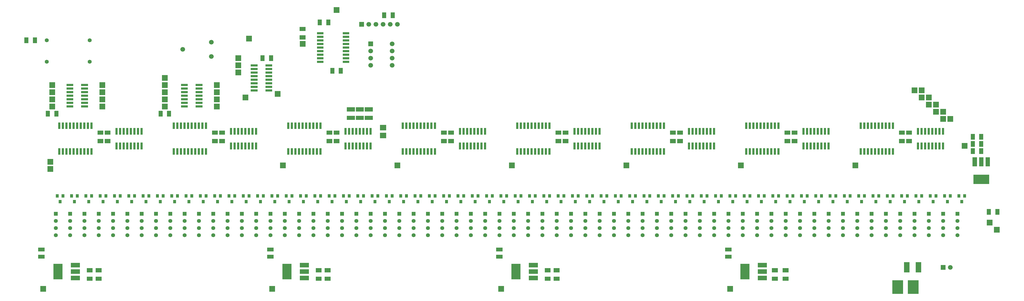
<source format=gbr>
G04 start of page 4 for group -4063 idx -4063
G04 Title: (unknown), componentmask *
G04 Creator: pcb-bin 20060822 *
G04 CreationDate: Mon Jun 23 06:34:48 2008 UTC *
G04 For: pete *
G04 Format: Gerber/RS-274X *
G04 PCB-Dimensions: 1500000 500000 *
G04 PCB-Coordinate-Origin: lower left *
%MOIN*%
%FSLAX24Y24*%
%LNFRONTMASK*%
%ADD11R,0.0810X0.0810*%
%ADD12C,0.0560*%
%ADD13R,0.0560X0.0560*%
%ADD14R,0.0660X0.0660*%
%ADD15C,0.0660*%
%ADD16R,0.0572X0.0572*%
%ADD17R,0.0620X0.0620*%
%ADD18R,0.1280X0.1280*%
%ADD19R,0.0400X0.0400*%
%ADD20R,0.0300X0.0300*%
%ADD21R,0.1510X0.1510*%
%ADD22R,0.0769X0.0769*%
%ADD23R,0.0550X0.0550*%
%ADD24R,0.0750X0.0750*%
G54D11*%LNFRONTMASK_D1*%
%LPD*%
X143500Y15000D03*
X142500Y16000D03*
G54D12*X138000Y14250D03*
Y15250D03*
Y16250D03*
G54D13*Y17250D03*
G54D12*X136000Y14250D03*
Y15250D03*
Y16250D03*
G54D13*Y17250D03*
G54D14*Y9750D03*
G54D12*X134000Y14250D03*
G54D15*X137000Y9750D03*
G54D12*X134000Y15250D03*
Y16250D03*
G54D13*Y17250D03*
G54D11*X139000Y26750D03*
X137000Y30500D03*
X136000D03*
Y31500D03*
X135000D03*
Y32500D03*
X134000Y33500D03*
X133000D03*
Y34500D03*
X134000Y32500D03*
X132000Y34500D03*
G54D12*Y14250D03*
Y15250D03*
Y16250D03*
G54D13*Y17250D03*
G54D12*X130000Y14250D03*
Y15250D03*
Y16250D03*
G54D13*Y17250D03*
G54D12*X128000Y14250D03*
Y15250D03*
Y16250D03*
G54D13*Y17250D03*
G54D12*X126000Y14250D03*
Y15250D03*
Y16250D03*
G54D13*Y17250D03*
G54D12*X124000Y15250D03*
Y16250D03*
G54D13*Y17250D03*
G54D12*X122000Y15250D03*
Y16250D03*
G54D13*Y17250D03*
G54D12*X120000Y15250D03*
Y16250D03*
G54D13*Y17250D03*
G54D12*X124000Y14250D03*
X122000D03*
X120000D03*
X118000D03*
Y15250D03*
Y16250D03*
G54D13*Y17250D03*
G54D12*X116000Y16250D03*
G54D13*Y17250D03*
G54D12*X114000Y15250D03*
Y16250D03*
X112000Y14250D03*
G54D13*X114000Y17250D03*
G54D12*X112000Y15250D03*
Y16250D03*
G54D13*Y17250D03*
G54D12*X116000Y14250D03*
X110000D03*
X106000D03*
X104000D03*
X102000D03*
X116000Y15250D03*
X110000D03*
X104000D03*
X102000D03*
X108000Y14250D03*
Y15250D03*
Y16250D03*
G54D13*Y17250D03*
G54D12*X106000Y15250D03*
Y16250D03*
G54D13*Y17250D03*
G54D12*X104000Y16250D03*
G54D13*Y17250D03*
G54D12*X102000Y16250D03*
G54D13*Y17250D03*
G54D12*X100000Y16250D03*
G54D13*Y17250D03*
G54D12*Y14250D03*
X98000D03*
X100000Y15250D03*
X98000D03*
Y16250D03*
G54D13*Y17250D03*
G54D12*X110000Y16250D03*
G54D13*Y17250D03*
G54D11*X123750Y24000D03*
X107750D03*
X91750D03*
G54D12*X96000Y14250D03*
Y15250D03*
Y16250D03*
G54D13*Y17250D03*
G54D12*X94000Y14250D03*
Y15250D03*
Y16250D03*
G54D13*Y17250D03*
G54D12*X92000Y16250D03*
G54D13*Y17250D03*
G54D11*X106250Y6750D03*
G54D12*X114000Y14250D03*
X92000D03*
X90000D03*
X88000D03*
X92000Y15250D03*
X90000D03*
Y16250D03*
G54D13*Y17250D03*
G54D12*X88000Y15250D03*
Y16250D03*
G54D13*Y17250D03*
G54D12*X86000Y14250D03*
Y15250D03*
Y16250D03*
G54D13*Y17250D03*
G54D12*X84000Y14250D03*
Y15250D03*
Y16250D03*
G54D13*Y17250D03*
G54D12*X82000Y15250D03*
Y16250D03*
G54D13*Y17250D03*
G54D12*Y14250D03*
X80000D03*
Y15250D03*
Y16250D03*
G54D13*Y17250D03*
G54D12*X78000Y14250D03*
X76000D03*
X78000Y15250D03*
Y16250D03*
G54D13*Y17250D03*
G54D12*X76000Y15250D03*
Y16250D03*
G54D13*Y17250D03*
G54D12*X74000Y16250D03*
G54D13*Y17250D03*
G54D11*X74250Y6750D03*
G54D12*X74000Y15250D03*
X72000D03*
Y16250D03*
G54D13*Y17250D03*
G54D12*X74000Y14250D03*
X72000D03*
X70000D03*
Y15250D03*
Y16250D03*
G54D13*Y17250D03*
G54D12*X66000Y14250D03*
Y15250D03*
Y16250D03*
G54D13*Y17250D03*
G54D12*X68000Y14250D03*
X64000D03*
X68000Y15250D03*
X64000D03*
X68000Y16250D03*
X64000D03*
G54D13*X68000Y17250D03*
X64000D03*
G54D12*X62000Y14250D03*
Y15250D03*
X60000Y14250D03*
Y15250D03*
X62000Y16250D03*
X60000D03*
X58000D03*
X56000D03*
G54D13*X62000Y17250D03*
X60000D03*
X58000D03*
X56000D03*
G54D12*X58000Y14250D03*
Y15250D03*
X56000Y14250D03*
X54000D03*
X56000Y15250D03*
X54000D03*
G54D13*Y17250D03*
X48000D03*
X46000D03*
G54D12*X52000Y15250D03*
Y16250D03*
G54D13*Y17250D03*
G54D12*Y14250D03*
X50000D03*
Y15250D03*
Y16250D03*
G54D13*Y17250D03*
G54D12*X48000Y14250D03*
Y15250D03*
X54000Y16250D03*
X48000D03*
X46000D03*
G54D11*X42250Y6750D03*
G54D15*X59000Y38000D03*
G54D11*X59750Y24000D03*
G54D15*X59000Y39000D03*
G54D11*X75750Y24000D03*
G54D15*X59000Y40000D03*
X58750Y43750D03*
X57750D03*
X59750D03*
X56750D03*
X55750D03*
G54D14*X54750D03*
G54D11*X51250Y45750D03*
G54D15*X59000Y41000D03*
G54D11*X46500D03*
G54D15*X56000Y38000D03*
Y39000D03*
Y40000D03*
G54D14*Y41000D03*
G54D11*X43750Y24000D03*
X43000Y34000D03*
X39000Y41750D03*
X37500Y37000D03*
Y38000D03*
X38500Y33500D03*
X37500Y39000D03*
X34500Y33250D03*
Y34250D03*
Y32250D03*
Y35250D03*
G54D15*X33750Y39250D03*
Y41250D03*
X29750Y40250D03*
G54D11*X27250Y32250D03*
Y33250D03*
Y34250D03*
Y35250D03*
Y36250D03*
X18500Y33250D03*
Y32250D03*
Y34250D03*
Y35250D03*
G54D12*X16750Y38500D03*
Y41500D03*
G54D11*X11500Y32250D03*
Y33250D03*
Y35250D03*
X11250Y23500D03*
X11500Y34250D03*
X11250Y24500D03*
G54D12*X10750Y38500D03*
Y41500D03*
X44000Y16250D03*
G54D13*Y17250D03*
G54D12*X46000Y14250D03*
Y15250D03*
X44000Y14250D03*
Y15250D03*
X42000Y16250D03*
G54D13*Y17250D03*
G54D12*X40000Y16250D03*
G54D13*Y17250D03*
G54D12*X42000Y14250D03*
Y15250D03*
X40000Y14250D03*
Y15250D03*
X38000D03*
Y16250D03*
G54D13*Y17250D03*
G54D12*Y14250D03*
X36000D03*
Y15250D03*
Y16250D03*
G54D13*Y17250D03*
G54D12*X34000Y14250D03*
Y15250D03*
Y16250D03*
G54D13*Y17250D03*
G54D12*X32000Y14250D03*
Y15250D03*
Y16250D03*
G54D13*Y17250D03*
G54D12*X30000Y14250D03*
Y15250D03*
Y16250D03*
X28000Y14250D03*
G54D13*X30000Y17250D03*
G54D12*X28000Y15250D03*
Y16250D03*
G54D13*Y17250D03*
G54D12*X26000Y14250D03*
Y15250D03*
Y16250D03*
G54D13*Y17250D03*
G54D12*X24000Y14250D03*
X22000D03*
X20000D03*
X18000D03*
X24000Y15250D03*
X22000D03*
X20000D03*
X18000D03*
X16000D03*
X14000D03*
X24000Y16250D03*
X22000D03*
X20000D03*
X18000D03*
X16000D03*
X14000D03*
G54D13*X24000Y17250D03*
X22000D03*
X20000D03*
X18000D03*
X16000D03*
X14000D03*
G54D12*X12000Y15250D03*
Y16250D03*
G54D13*Y17250D03*
G54D12*X16000Y14250D03*
X14000D03*
X12000D03*
G54D11*X10250Y6750D03*
G54D16*X143590Y17618D02*Y17381D01*
X142409Y17618D02*Y17381D01*
G54D17*X142250Y24830D02*Y24170D01*
X141350Y24830D02*Y24170D01*
G54D18*X140900Y22060D02*X141800D01*
G54D17*X140440Y24830D02*Y24170D01*
G54D19*X139000Y19780D02*Y19720D01*
X138610Y18960D02*Y18900D01*
X138220Y19780D02*Y19720D01*
X137000Y19780D02*Y19720D01*
X136610Y18960D02*Y18900D01*
X136220Y19780D02*Y19720D01*
X135000Y19780D02*Y19720D01*
X134610Y18960D02*Y18900D01*
X134220Y19780D02*Y19720D01*
X133000Y19780D02*Y19720D01*
X132610Y18960D02*Y18900D01*
X132220Y19780D02*Y19720D01*
X131000Y19780D02*Y19720D01*
X130610Y18960D02*Y18900D01*
X130220Y19780D02*Y19720D01*
X129000Y19780D02*Y19720D01*
X128610Y18960D02*Y18900D01*
X128220Y19780D02*Y19720D01*
G54D16*X141340Y26118D02*Y25881D01*
Y27118D02*Y26881D01*
X140159Y26118D02*Y25881D01*
Y27118D02*Y26881D01*
X141340Y28118D02*Y27881D01*
X140159Y28118D02*Y27881D01*
G54D20*X136000Y29100D02*Y28450D01*
X135500Y29100D02*Y28450D01*
X135000Y29100D02*Y28450D01*
X134500Y29100D02*Y28450D01*
X135000Y27050D02*Y26400D01*
X134500Y27050D02*Y26400D01*
X135500Y27050D02*Y26400D01*
X134000Y27050D02*Y26400D01*
X136000Y27050D02*Y26400D01*
X133500Y27050D02*Y26400D01*
X133000Y27050D02*Y26400D01*
X132500Y27050D02*Y26400D01*
X134000Y29100D02*Y28450D01*
X133500Y29100D02*Y28450D01*
X133000Y29100D02*Y28450D01*
X132500Y29100D02*Y28450D01*
G54D16*X131131Y28590D02*X131368D01*
X131131Y27409D02*X131368D01*
X130131D02*X130368D01*
X130131Y28590D02*X130368D01*
G54D20*X129000Y29850D02*Y29250D01*
X128500Y29850D02*Y29250D01*
X128000Y29850D02*Y29250D01*
X127500Y29850D02*Y29250D01*
X127000Y29850D02*Y29250D01*
X126500Y29850D02*Y29250D01*
X127000Y26250D02*Y25650D01*
X127500Y26250D02*Y25650D01*
X126500Y26250D02*Y25650D01*
X126000Y26250D02*Y25650D01*
X128000Y26250D02*Y25650D01*
X128500Y26250D02*Y25650D01*
X126000Y29850D02*Y29250D01*
X129000Y26250D02*Y25650D01*
X125500Y29850D02*Y29250D01*
X125000Y29850D02*Y29250D01*
Y26250D02*Y25650D01*
X124500Y26250D02*Y25650D01*
X125500Y26250D02*Y25650D01*
X124500Y29850D02*Y29250D01*
X120000Y27050D02*Y26400D01*
Y29100D02*Y28450D01*
X119500Y27050D02*Y26400D01*
Y29100D02*Y28450D01*
X119000Y27050D02*Y26400D01*
Y29100D02*Y28450D01*
X118500Y27050D02*Y26400D01*
Y29100D02*Y28450D01*
X118000Y29100D02*Y28450D01*
X117500Y29100D02*Y28450D01*
X117000Y29100D02*Y28450D01*
X116500Y29100D02*Y28450D01*
X117000Y27050D02*Y26400D01*
X117500Y27050D02*Y26400D01*
X118000Y27050D02*Y26400D01*
X116500Y27050D02*Y26400D01*
G54D16*X115131Y27409D02*X115368D01*
X115131Y28590D02*X115368D01*
X114131Y27409D02*X114368D01*
X114131Y28590D02*X114368D01*
G54D20*X113000Y29850D02*Y29250D01*
X112500Y29850D02*Y29250D01*
X112000Y29850D02*Y29250D01*
X111500Y29850D02*Y29250D01*
X111000Y29850D02*Y29250D01*
Y26250D02*Y25650D01*
X111500Y26250D02*Y25650D01*
X110500Y26250D02*Y25650D01*
X112000Y26250D02*Y25650D01*
X110500Y29850D02*Y29250D01*
X110000Y29850D02*Y29250D01*
X109500Y29850D02*Y29250D01*
X109000Y29850D02*Y29250D01*
X113000Y26250D02*Y25650D01*
X112500Y26250D02*Y25650D01*
X108500Y29850D02*Y29250D01*
X110000Y26250D02*Y25650D01*
X109500Y26250D02*Y25650D01*
X109000Y26250D02*Y25650D01*
X108500Y26250D02*Y25650D01*
G54D21*X129660Y7200D02*Y6800D01*
G54D19*X127000Y19780D02*Y19720D01*
X126610Y18960D02*Y18900D01*
G54D22*X132576Y10084D02*Y9415D01*
G54D21*X131840Y7200D02*Y6800D01*
G54D22*X130923Y10084D02*Y9415D01*
G54D19*X126220Y19780D02*Y19720D01*
X125000Y19780D02*Y19720D01*
X124610Y18960D02*Y18900D01*
X124220Y19780D02*Y19720D01*
X123000Y19780D02*Y19720D01*
X122610Y18960D02*Y18900D01*
X122220Y19780D02*Y19720D01*
X121000Y19780D02*Y19720D01*
X120610Y18960D02*Y18900D01*
X120220Y19780D02*Y19720D01*
X119000Y19780D02*Y19720D01*
X118610Y18960D02*Y18900D01*
X118220Y19780D02*Y19720D01*
X117000Y19780D02*Y19720D01*
X116610Y18960D02*Y18900D01*
X116220Y19780D02*Y19720D01*
X115000Y19780D02*Y19720D01*
X114610Y18960D02*Y18900D01*
X112610Y18960D02*Y18900D01*
X110610Y18960D02*Y18900D01*
X114220Y19780D02*Y19720D01*
X113000Y19780D02*Y19720D01*
X112220Y19780D02*Y19720D01*
X111000Y19780D02*Y19720D01*
X110220Y19780D02*Y19720D01*
X109000Y19780D02*Y19720D01*
X108610Y18960D02*Y18900D01*
X108220Y19780D02*Y19720D01*
X107000Y19780D02*Y19720D01*
X106610Y18960D02*Y18900D01*
X106220Y19780D02*Y19720D01*
G54D16*X113881Y8159D02*X114118D01*
X113881Y9340D02*X114118D01*
X112381Y8159D02*X112618D01*
X112381Y9340D02*X112618D01*
G54D17*X110420Y8250D02*X111080D01*
X110420Y9150D02*X111080D01*
X110420Y10060D02*X111080D01*
G54D18*X108310Y9600D02*Y8700D01*
G54D23*X105820Y11250D02*X106180D01*
X105820Y12250D02*X106180D01*
G54D20*X104000Y27050D02*Y26400D01*
Y29100D02*Y28450D01*
X103500Y27050D02*Y26400D01*
Y29100D02*Y28450D01*
X103000Y27050D02*Y26400D01*
Y29100D02*Y28450D01*
X102500Y27050D02*Y26400D01*
Y29100D02*Y28450D01*
X101500Y27050D02*Y26400D01*
X101000Y27050D02*Y26400D01*
X100500Y27050D02*Y26400D01*
X102000Y27050D02*Y26400D01*
Y29100D02*Y28450D01*
X101500Y29100D02*Y28450D01*
X101000Y29100D02*Y28450D01*
X100500Y29100D02*Y28450D01*
G54D19*X105000Y19780D02*Y19720D01*
X104610Y18960D02*Y18900D01*
X104220Y19780D02*Y19720D01*
X103000Y19780D02*Y19720D01*
X102610Y18960D02*Y18900D01*
X102220Y19780D02*Y19720D01*
X101000Y19780D02*Y19720D01*
X100610Y18960D02*Y18900D01*
X100220Y19780D02*Y19720D01*
G54D16*X99131Y27409D02*X99368D01*
X99131Y28590D02*X99368D01*
X98131Y27409D02*X98368D01*
X98131Y28590D02*X98368D01*
G54D20*X97000Y29850D02*Y29250D01*
X96500Y29850D02*Y29250D01*
X96000Y29850D02*Y29250D01*
X95500Y29850D02*Y29250D01*
X95000Y29850D02*Y29250D01*
X94500Y29850D02*Y29250D01*
X94000Y29850D02*Y29250D01*
X93500Y29850D02*Y29250D01*
X93000Y29850D02*Y29250D01*
X92500Y29850D02*Y29250D01*
X95500Y26250D02*Y25650D01*
X95000Y26250D02*Y25650D01*
X94500Y26250D02*Y25650D01*
X94000Y26250D02*Y25650D01*
X96500Y26250D02*Y25650D01*
X97000Y26250D02*Y25650D01*
X96000Y26250D02*Y25650D01*
X93000Y26250D02*Y25650D01*
X93500Y26250D02*Y25650D01*
X92500Y26250D02*Y25650D01*
G54D19*X99000Y19780D02*Y19720D01*
X98220Y19780D02*Y19720D01*
X97000Y19780D02*Y19720D01*
X96220Y19780D02*Y19720D01*
X95000Y19780D02*Y19720D01*
X98610Y18960D02*Y18900D01*
X96610Y18960D02*Y18900D01*
X94610Y18960D02*Y18900D01*
X94220Y19780D02*Y19720D01*
X93000Y19780D02*Y19720D01*
X92610Y18960D02*Y18900D01*
X92220Y19780D02*Y19720D01*
X91000Y19780D02*Y19720D01*
X90610Y18960D02*Y18900D01*
X90220Y19780D02*Y19720D01*
G54D20*X88000Y29100D02*Y28450D01*
X87500Y29100D02*Y28450D01*
Y27050D02*Y26400D01*
X88000Y27050D02*Y26400D01*
X87000Y27050D02*Y26400D01*
Y29100D02*Y28450D01*
X86500Y29100D02*Y28450D01*
X86000Y29100D02*Y28450D01*
X85500Y29100D02*Y28450D01*
X86500Y27050D02*Y26400D01*
X86000Y27050D02*Y26400D01*
X85500Y27050D02*Y26400D01*
X85000Y27050D02*Y26400D01*
X84500Y27050D02*Y26400D01*
G54D16*X83131Y27409D02*X83368D01*
X82131D02*X82368D01*
G54D20*X85000Y29100D02*Y28450D01*
X84500Y29100D02*Y28450D01*
G54D16*X83131Y28590D02*X83368D01*
X82131D02*X82368D01*
G54D20*X81000Y29850D02*Y29250D01*
X80500Y29850D02*Y29250D01*
X80000Y29850D02*Y29250D01*
X79500Y29850D02*Y29250D01*
X79000Y29850D02*Y29250D01*
X78500Y29850D02*Y29250D01*
X78000Y29850D02*Y29250D01*
X77500Y29850D02*Y29250D01*
X77000Y29850D02*Y29250D01*
X76500Y29850D02*Y29250D01*
G54D19*X89000Y19780D02*Y19720D01*
X88220Y19780D02*Y19720D01*
X87000Y19780D02*Y19720D01*
X86220Y19780D02*Y19720D01*
X83000Y19780D02*Y19720D01*
X82610Y18960D02*Y18900D01*
X82220Y19780D02*Y19720D01*
X81000Y19780D02*Y19720D01*
X80610Y18960D02*Y18900D01*
X80220Y19780D02*Y19720D01*
X79000Y19780D02*Y19720D01*
X88610Y18960D02*Y18900D01*
X84610Y18960D02*Y18900D01*
X86610Y18960D02*Y18900D01*
X78610Y18960D02*Y18900D01*
X85000Y19780D02*Y19720D01*
X84220Y19780D02*Y19720D01*
X78220Y19780D02*Y19720D01*
G54D20*X79500Y26250D02*Y25650D01*
X80000Y26250D02*Y25650D01*
X79000Y26250D02*Y25650D01*
X80500Y26250D02*Y25650D01*
X78500Y26250D02*Y25650D01*
X78000Y26250D02*Y25650D01*
X77500Y26250D02*Y25650D01*
X77000Y26250D02*Y25650D01*
X81000Y26250D02*Y25650D01*
X76500Y26250D02*Y25650D01*
G54D19*X77000Y19780D02*Y19720D01*
X76610Y18960D02*Y18900D01*
X76220Y19780D02*Y19720D01*
X75000Y19780D02*Y19720D01*
X74610Y18960D02*Y18900D01*
X74220Y19780D02*Y19720D01*
X73000Y19780D02*Y19720D01*
X72610Y18960D02*Y18900D01*
X72220Y19780D02*Y19720D01*
X70610Y18960D02*Y18900D01*
G54D20*X72000Y27050D02*Y26400D01*
X71500Y27050D02*Y26400D01*
X71000Y27050D02*Y26400D01*
X70500Y27050D02*Y26400D01*
G54D19*X71000Y19780D02*Y19720D01*
X70220Y19780D02*Y19720D01*
X69000Y19780D02*Y19720D01*
G54D20*X72000Y29100D02*Y28450D01*
X71500Y29100D02*Y28450D01*
X71000Y29100D02*Y28450D01*
X70500Y29100D02*Y28450D01*
X70000Y29100D02*Y28450D01*
X69500Y29100D02*Y28450D01*
X69000Y29100D02*Y28450D01*
X68500Y29100D02*Y28450D01*
X69000Y27050D02*Y26400D01*
X69500Y27050D02*Y26400D01*
X70000Y27050D02*Y26400D01*
X68500Y27050D02*Y26400D01*
G54D16*X81881Y8159D02*X82118D01*
X80631D02*X80868D01*
G54D17*X78420Y8250D02*X79080D01*
G54D16*X81881Y9340D02*X82118D01*
G54D17*X78420Y9150D02*X79080D01*
G54D16*X80631Y9340D02*X80868D01*
G54D17*X78420Y10060D02*X79080D01*
G54D18*X76310Y9600D02*Y8700D01*
G54D23*X73820Y11250D02*X74180D01*
X73820Y12250D02*X74180D01*
G54D19*X68610Y18960D02*Y18900D01*
X68220Y19780D02*Y19720D01*
X67000Y19780D02*Y19720D01*
X66610Y18960D02*Y18900D01*
X66220Y19780D02*Y19720D01*
X65000Y19780D02*Y19720D01*
X64610Y18960D02*Y18900D01*
X64220Y19780D02*Y19720D01*
X63000Y19780D02*Y19720D01*
X62610Y18960D02*Y18900D01*
X60610Y18960D02*Y18900D01*
X58610Y18960D02*Y18900D01*
X62220Y19780D02*Y19720D01*
X61000Y19780D02*Y19720D01*
X60220Y19780D02*Y19720D01*
X59000Y19780D02*Y19720D01*
X58220Y19780D02*Y19720D01*
X57000Y19780D02*Y19720D01*
X56220Y19780D02*Y19720D01*
X55000Y19780D02*Y19720D01*
X54220Y19780D02*Y19720D01*
X53000Y19780D02*Y19720D01*
X52220Y19780D02*Y19720D01*
X51000Y19780D02*Y19720D01*
X56610Y18960D02*Y18900D01*
X54610Y18960D02*Y18900D01*
X52610Y18960D02*Y18900D01*
X50610Y18960D02*Y18900D01*
G54D20*X65000Y29850D02*Y29250D01*
X64500Y29850D02*Y29250D01*
X64000Y29850D02*Y29250D01*
X63500Y29850D02*Y29250D01*
X63000Y29850D02*Y29250D01*
X62500Y29850D02*Y29250D01*
X62000Y29850D02*Y29250D01*
X61500Y29850D02*Y29250D01*
X61000Y29850D02*Y29250D01*
X60500Y29850D02*Y29250D01*
X63500Y26250D02*Y25650D01*
X64000Y26250D02*Y25650D01*
X63000Y26250D02*Y25650D01*
X62500Y26250D02*Y25650D01*
X62000Y26250D02*Y25650D01*
X61500Y26250D02*Y25650D01*
X61000Y26250D02*Y25650D01*
X64500Y26250D02*Y25650D01*
X60500Y26250D02*Y25650D01*
X65000Y26250D02*Y25650D01*
G54D16*X66131Y27409D02*X66368D01*
X67131Y28590D02*X67368D01*
X66131D02*X66368D01*
X67131Y27409D02*X67368D01*
G54D20*X55500Y29100D02*Y28450D01*
G54D24*X57690Y29300D02*X57810D01*
X57690Y28200D02*X57810D01*
G54D20*X56000Y29100D02*Y28450D01*
Y27050D02*Y26400D01*
X55500Y27050D02*Y26400D01*
X55000Y27050D02*Y26400D01*
Y29100D02*Y28450D01*
X54500Y29100D02*Y28450D01*
X54000Y29100D02*Y28450D01*
X53500Y29100D02*Y28450D01*
X52250Y38500D02*X52850D01*
X52250Y39000D02*X52850D01*
X52250Y39500D02*X52850D01*
X52250Y40000D02*X52850D01*
X52250Y40500D02*X52850D01*
X52250Y41000D02*X52850D01*
X52250Y41500D02*X52850D01*
X52250Y42000D02*X52850D01*
G54D16*X59090Y45118D02*Y44881D01*
X57909Y45118D02*Y44881D01*
G54D20*X52250Y42500D02*X52850D01*
G54D16*X51840Y37368D02*Y37131D01*
X50659Y37368D02*Y37131D01*
G54D20*X54500Y27050D02*Y26400D01*
X54000Y27050D02*Y26400D01*
X53500Y27050D02*Y26400D01*
X53000Y27050D02*Y26400D01*
G54D16*X55474Y30659D02*X56025D01*
X55474Y31840D02*X56025D01*
X54224Y30659D02*X54775D01*
X54224Y31840D02*X54775D01*
X52974Y30659D02*X53525D01*
X52974Y31840D02*X53525D01*
G54D20*X52500Y27050D02*Y26400D01*
G54D16*X51131Y27409D02*X51368D01*
X50131D02*X50368D01*
G54D20*X53000Y29100D02*Y28450D01*
X52500Y29100D02*Y28450D01*
G54D16*X51131Y28590D02*X51368D01*
X50131D02*X50368D01*
G54D19*X48220Y19780D02*Y19720D01*
X47000Y19780D02*Y19720D01*
X46610Y18960D02*Y18900D01*
X46220Y19780D02*Y19720D01*
X45000Y19780D02*Y19720D01*
X44610Y18960D02*Y18900D01*
X49000Y19780D02*Y19720D01*
X50220Y19780D02*Y19720D01*
X48610Y18960D02*Y18900D01*
X44220Y19780D02*Y19720D01*
G54D16*X49881Y8159D02*X50118D01*
X48631D02*X48868D01*
G54D17*X46420Y8250D02*X47080D01*
G54D16*X49881Y9340D02*X50118D01*
X48631D02*X48868D01*
G54D17*X46420Y9150D02*X47080D01*
X46420Y10060D02*X47080D01*
G54D18*X44310Y9600D02*Y8700D01*
G54D23*X41820Y11250D02*X42180D01*
X41820Y12250D02*X42180D01*
G54D19*X41000Y19780D02*Y19720D01*
X40610Y18960D02*Y18900D01*
X40220Y19780D02*Y19720D01*
X39000Y19780D02*Y19720D01*
X38610Y18960D02*Y18900D01*
X38220Y19780D02*Y19720D01*
X43000Y19780D02*Y19720D01*
X42610Y18960D02*Y18900D01*
X42220Y19780D02*Y19720D01*
X37000Y19780D02*Y19720D01*
X36610Y18960D02*Y18900D01*
X36220Y19780D02*Y19720D01*
G54D20*X48650Y38500D02*X49250D01*
X48650Y39000D02*X49250D01*
X48650Y40000D02*X49250D01*
X48650Y39500D02*X49250D01*
X48650Y40500D02*X49250D01*
X48650Y41000D02*X49250D01*
X48650Y41500D02*X49250D01*
G54D16*X48909Y44118D02*Y43881D01*
G54D20*X48650Y42000D02*X49250D01*
G54D16*X50090Y44118D02*Y43881D01*
G54D20*X48650Y42500D02*X49250D01*
G54D16*X46381Y41909D02*X46618D01*
X46381Y43090D02*X46618D01*
G54D20*X49000Y29850D02*Y29250D01*
X48500Y29850D02*Y29250D01*
X48000Y29850D02*Y29250D01*
X47500Y29850D02*Y29250D01*
X47000Y29850D02*Y29250D01*
X46500Y29850D02*Y29250D01*
X46000Y29850D02*Y29250D01*
X45500Y29850D02*Y29250D01*
X45000Y29850D02*Y29250D01*
X49000Y26250D02*Y25650D01*
X48500Y26250D02*Y25650D01*
X48000Y26250D02*Y25650D01*
X47000Y26250D02*Y25650D01*
X47500Y26250D02*Y25650D01*
X46500Y26250D02*Y25650D01*
X44500Y29850D02*Y29250D01*
X46000Y26250D02*Y25650D01*
X45500Y26250D02*Y25650D01*
X45000Y26250D02*Y25650D01*
X44500Y26250D02*Y25650D01*
X39400Y37000D02*X40050D01*
X39400Y37500D02*X40050D01*
X39400Y38000D02*X40050D01*
X41450Y34500D02*X42100D01*
X39400D02*X40050D01*
X41450Y35000D02*X42100D01*
X39400D02*X40050D01*
X41450Y35500D02*X42100D01*
X39400D02*X40050D01*
G54D16*X42090Y39118D02*Y38881D01*
X40909Y39118D02*Y38881D01*
G54D20*X41450Y36000D02*X42100D01*
X39400D02*X40050D01*
X41450Y36500D02*X42100D01*
X41450Y37000D02*X42100D01*
X41450Y37500D02*X42100D01*
X41450Y38000D02*X42100D01*
X39400Y36500D02*X40050D01*
X40000Y27050D02*Y26400D01*
Y29100D02*Y28450D01*
X39500Y27050D02*Y26400D01*
Y29100D02*Y28450D01*
X39000Y27050D02*Y26400D01*
Y29100D02*Y28450D01*
X38500Y27050D02*Y26400D01*
Y29100D02*Y28450D01*
X37000Y27050D02*Y26400D01*
X37500Y27050D02*Y26400D01*
X36500Y27050D02*Y26400D01*
X38000Y27050D02*Y26400D01*
Y29100D02*Y28450D01*
X37500Y29100D02*Y28450D01*
X37000Y29100D02*Y28450D01*
X36500Y29100D02*Y28450D01*
X31700Y32250D02*X32350D01*
X31700Y32750D02*X32350D01*
X31700Y33250D02*X32350D01*
X31700Y33750D02*X32350D01*
X31700Y34250D02*X32350D01*
X31700Y34750D02*X32350D01*
X31700Y35250D02*X32350D01*
X29650Y32750D02*X30300D01*
X29650Y33250D02*X30300D01*
X29650Y32250D02*X30300D01*
X29650Y33750D02*X30300D01*
X29650Y34250D02*X30300D01*
X29650Y34750D02*X30300D01*
X29650Y35250D02*X30300D01*
G54D16*X35131Y27409D02*X35368D01*
X35131Y28590D02*X35368D01*
X34131Y27409D02*X34368D01*
X34131Y28590D02*X34368D01*
G54D20*X33000Y29850D02*Y29250D01*
X32500Y29850D02*Y29250D01*
X32000Y29850D02*Y29250D01*
G54D19*X35000Y19780D02*Y19720D01*
X34610Y18960D02*Y18900D01*
X34220Y19780D02*Y19720D01*
X33000Y19780D02*Y19720D01*
X32610Y18960D02*Y18900D01*
X32220Y19780D02*Y19720D01*
X31000Y19780D02*Y19720D01*
X30610Y18960D02*Y18900D01*
X30220Y19780D02*Y19720D01*
X29000Y19780D02*Y19720D01*
G54D20*X31500Y29850D02*Y29250D01*
X31000Y29850D02*Y29250D01*
X30500Y29850D02*Y29250D01*
X30000Y29850D02*Y29250D01*
X29500Y29850D02*Y29250D01*
X29000Y29850D02*Y29250D01*
X28500Y29850D02*Y29250D01*
X31500Y26250D02*Y25650D01*
X31000Y26250D02*Y25650D01*
X30500Y26250D02*Y25650D01*
X30000Y26250D02*Y25650D01*
X32500Y26250D02*Y25650D01*
X33000Y26250D02*Y25650D01*
X32000Y26250D02*Y25650D01*
X29000Y26250D02*Y25650D01*
X29500Y26250D02*Y25650D01*
X28500Y26250D02*Y25650D01*
G54D19*X28610Y18960D02*Y18900D01*
X28220Y19780D02*Y19720D01*
X27000Y19780D02*Y19720D01*
X26610Y18960D02*Y18900D01*
X26220Y19780D02*Y19720D01*
X25000Y19780D02*Y19720D01*
X24610Y18960D02*Y18900D01*
X24220Y19780D02*Y19720D01*
X23000Y19780D02*Y19720D01*
X22610Y18960D02*Y18900D01*
X22220Y19780D02*Y19720D01*
X21000Y19780D02*Y19720D01*
X20610Y18960D02*Y18900D01*
X20220Y19780D02*Y19720D01*
X19000Y19780D02*Y19720D01*
X18610Y18960D02*Y18900D01*
X18220Y19780D02*Y19720D01*
X17000Y19780D02*Y19720D01*
X16610Y18960D02*Y18900D01*
X16220Y19780D02*Y19720D01*
X15000Y19780D02*Y19720D01*
X14610Y18960D02*Y18900D01*
G54D17*X14420Y10060D02*X15080D01*
G54D16*X16631Y8159D02*X16868D01*
X17881D02*X18118D01*
G54D17*X14420Y8250D02*X15080D01*
G54D16*X16631Y9340D02*X16868D01*
X17881D02*X18118D01*
G54D17*X14420Y9150D02*X15080D01*
G54D19*X14220Y19780D02*Y19720D01*
X13000Y19780D02*Y19720D01*
X12610Y18960D02*Y18900D01*
X12220Y19780D02*Y19720D01*
G54D18*X12310Y9600D02*Y8700D01*
G54D23*X9820Y11250D02*X10180D01*
X9820Y12250D02*X10180D01*
G54D20*X23000Y27050D02*Y26400D01*
Y29100D02*Y28450D01*
X21000Y27050D02*Y26400D01*
X21500Y27050D02*Y26400D01*
X22000Y27050D02*Y26400D01*
X20500Y27050D02*Y26400D01*
X22500Y27050D02*Y26400D01*
Y29100D02*Y28450D01*
X22000Y29100D02*Y28450D01*
X21500Y29100D02*Y28450D01*
X21000Y29100D02*Y28450D01*
X20500Y29100D02*Y28450D01*
G54D16*X19131Y27409D02*X19368D01*
X19131Y28590D02*X19368D01*
X18131D02*X18368D01*
X18131Y27409D02*X18368D01*
G54D20*X17000Y26250D02*Y25650D01*
G54D16*X27840Y31368D02*Y31131D01*
X26659Y31368D02*Y31131D01*
G54D20*X24000Y27050D02*Y26400D01*
Y29100D02*Y28450D01*
X23500Y27050D02*Y26400D01*
Y29100D02*Y28450D01*
X17000Y29850D02*Y29250D01*
X16500Y29850D02*Y29250D01*
X16000Y29850D02*Y29250D01*
X15700Y32250D02*X16350D01*
X15500Y29850D02*Y29250D01*
X15000Y29850D02*Y29250D01*
X14500Y29850D02*Y29250D01*
X15000Y26250D02*Y25650D01*
X15500Y26250D02*Y25650D01*
X14500Y26250D02*Y25650D01*
X14000Y26250D02*Y25650D01*
X16000Y26250D02*Y25650D01*
X16500Y26250D02*Y25650D01*
X14000Y29850D02*Y29250D01*
X13500Y26250D02*Y25650D01*
Y29850D02*Y29250D01*
X13000Y26250D02*Y25650D01*
Y29850D02*Y29250D01*
X12500Y26250D02*Y25650D01*
Y29850D02*Y29250D01*
X15700Y32750D02*X16350D01*
X15700Y33250D02*X16350D01*
X15700Y33750D02*X16350D01*
X15700Y34250D02*X16350D01*
X13650Y33750D02*X14300D01*
X13650Y34250D02*X14300D01*
X15700Y34750D02*X16350D01*
X15700Y35250D02*X16350D01*
X13650Y34750D02*X14300D01*
X13650Y35250D02*X14300D01*
X13650Y32250D02*X14300D01*
X13650Y32750D02*X14300D01*
X13650Y33250D02*X14300D01*
G54D16*X12090Y31368D02*Y31131D01*
X10909Y31368D02*Y31131D01*
X9090Y41618D02*Y41381D01*
X7909Y41618D02*Y41381D01*
M02*

</source>
